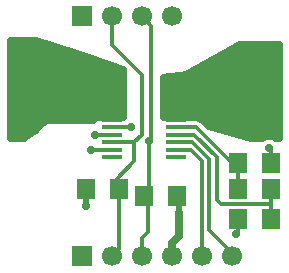
<source format=gtl>
G04 DipTrace 3.0.0.2*
G04 Top.GTL*
%MOIN*%
G04 #@! TF.FileFunction,Copper,L1,Top*
G04 #@! TF.Part,Single*
G04 #@! TA.AperFunction,ComponentPad*
%ADD14C,0.11811*%
G04 #@! TA.AperFunction,Conductor*
%ADD15C,0.012992*%
%ADD16C,0.019685*%
G04 #@! TA.AperFunction,ViaPad*
%ADD17C,0.027559*%
G04 #@! TA.AperFunction,CopperBalancing*
%ADD18C,0.025*%
G04 #@! TA.AperFunction,ComponentPad*
%ADD19R,0.066929X0.066929*%
%ADD20C,0.066929*%
%ADD21R,0.062992X0.070866*%
%ADD22R,0.070866X0.01378*%
%FSLAX26Y26*%
G04*
G70*
G90*
G75*
G01*
G04 Top*
%LPD*%
X970672Y868701D2*
D15*
X1026656D1*
X1083045Y812312D1*
Y574837D1*
X1158073Y499808D1*
Y487451D1*
X758073Y843701D2*
X689323D1*
X1287056Y799953D2*
Y849903D1*
X1282976D1*
X758073Y918701D2*
X820573D1*
X670577Y712451D2*
D16*
Y656201D1*
X983008Y631176D2*
Y679007D1*
X974563Y687451D1*
X958073Y487451D2*
D17*
Y531108D1*
X983008Y556042D1*
Y631176D1*
X1176820Y612450D2*
D15*
Y568623D1*
X1170535Y562339D1*
X758073Y1287451D2*
Y1193701D1*
X858073Y1093701D1*
Y893701D1*
X833073Y868701D1*
X758073D1*
Y487451D2*
X783029Y512407D1*
Y685188D1*
X770530D1*
Y743664D1*
X833073Y806207D1*
Y868701D1*
X783029Y685188D2*
X780814Y687403D1*
Y712451D1*
X858073Y487451D2*
Y549951D1*
X876769Y568647D1*
Y681201D1*
X883018D1*
Y872159D1*
X889323D1*
Y1256202D1*
X858073Y1287451D1*
X701823Y893701D2*
X758073D1*
X876769Y681201D2*
X870518Y687451D1*
X864327D1*
X1058073Y487451D2*
Y806037D1*
X1020551Y843559D1*
X970814D1*
X970672Y843701D1*
X1176820Y799953D2*
Y712451D1*
X970672Y918701D2*
X1039323D1*
X1158071Y799953D1*
X1176820D1*
X1287056Y712451D2*
Y662451D1*
Y612450D1*
X970672Y893701D2*
X1033073D1*
X1108042Y818732D1*
Y674983D1*
X1120573Y662451D1*
X1287056D1*
D17*
X689323Y843701D3*
X1282976Y849903D3*
X820573Y918701D3*
X670577Y656201D3*
X983008Y631176D3*
D3*
X1170535Y562339D3*
X701823Y893701D3*
X883018Y872159D3*
X423068Y1181332D2*
D18*
X578151D1*
X423068Y1156463D2*
X652761D1*
X423068Y1131594D2*
X727370D1*
X423068Y1106726D2*
X793093D1*
X423068Y1081857D2*
X793093D1*
X423068Y1056988D2*
X793093D1*
X423068Y1032119D2*
X793093D1*
X423068Y1007251D2*
X793093D1*
X423068Y982382D2*
X793093D1*
X423068Y957513D2*
X793093D1*
X423068Y932644D2*
X525270D1*
X423068Y907776D2*
X495436D1*
X423068Y882907D2*
X465602D1*
X708648Y952083D2*
X795611D1*
X795573Y1109570D1*
X661818Y1154276D1*
X506013Y1206211D1*
X420568Y1206114D1*
X420558Y881161D1*
X466017Y881197D1*
X539172Y941937D1*
X542803Y943390D1*
X545573Y943701D1*
X696111D1*
X696148Y952083D1*
X708648D1*
X1145364Y1168832D2*
X1311701D1*
X1101858Y1143963D2*
X1311701D1*
X1058352Y1119094D2*
X1311701D1*
X1014797Y1094226D2*
X1311701D1*
X935573Y1069357D2*
X1311701D1*
X935573Y1044488D2*
X1311701D1*
X935573Y1019619D2*
X1311701D1*
X935573Y994751D2*
X1311701D1*
X935573Y969882D2*
X1311701D1*
X1061721Y945013D2*
X1311701D1*
X1092483Y920144D2*
X1311701D1*
X1177004Y895276D2*
X1311701D1*
X933014Y952083D2*
X1032597D1*
Y951643D1*
X1041911Y951587D1*
X1049517Y950075D1*
X1056559Y946828D1*
X1062649Y942027D1*
X1062876Y941782D1*
X1082295Y922381D1*
X1222448Y881179D1*
X1257640Y881183D1*
X1264693Y885785D1*
X1270532Y888204D1*
X1276677Y889679D1*
X1282976Y890175D1*
X1289276Y889679D1*
X1295421Y888204D1*
X1301259Y885785D1*
X1306647Y882483D1*
X1308345Y881145D1*
X1314222Y881151D1*
X1314214Y1193623D1*
X1186356Y1193699D1*
X1012501Y1094511D1*
X1009841Y1093826D1*
X933033Y1082854D1*
X933073Y952050D1*
D14*
X470573Y1143701D3*
Y943701D3*
X1258073Y1143701D3*
Y943701D3*
D19*
X658073Y487451D3*
D20*
X758073D3*
X858073D3*
X958073D3*
X1058073D3*
X1158073D3*
D19*
X658073Y1287451D3*
D20*
X758073D3*
X858073D3*
X958073D3*
D21*
X670577Y712451D3*
X780814D3*
X864327Y687451D3*
X974563D3*
X1176820Y799953D3*
X1287056D3*
X1176820Y712451D3*
X1287056D3*
X1176820Y612450D3*
X1287056D3*
D22*
X758073Y1093701D3*
Y1068701D3*
Y1043701D3*
Y1018701D3*
Y993701D3*
Y968701D3*
Y943701D3*
Y918701D3*
Y893701D3*
Y868701D3*
Y843701D3*
Y818701D3*
X970680Y818681D3*
X970672Y843701D3*
Y868701D3*
Y893701D3*
Y918701D3*
Y943701D3*
Y968701D3*
Y993701D3*
Y1018701D3*
Y1043701D3*
Y1068701D3*
Y1093701D3*
M02*

</source>
